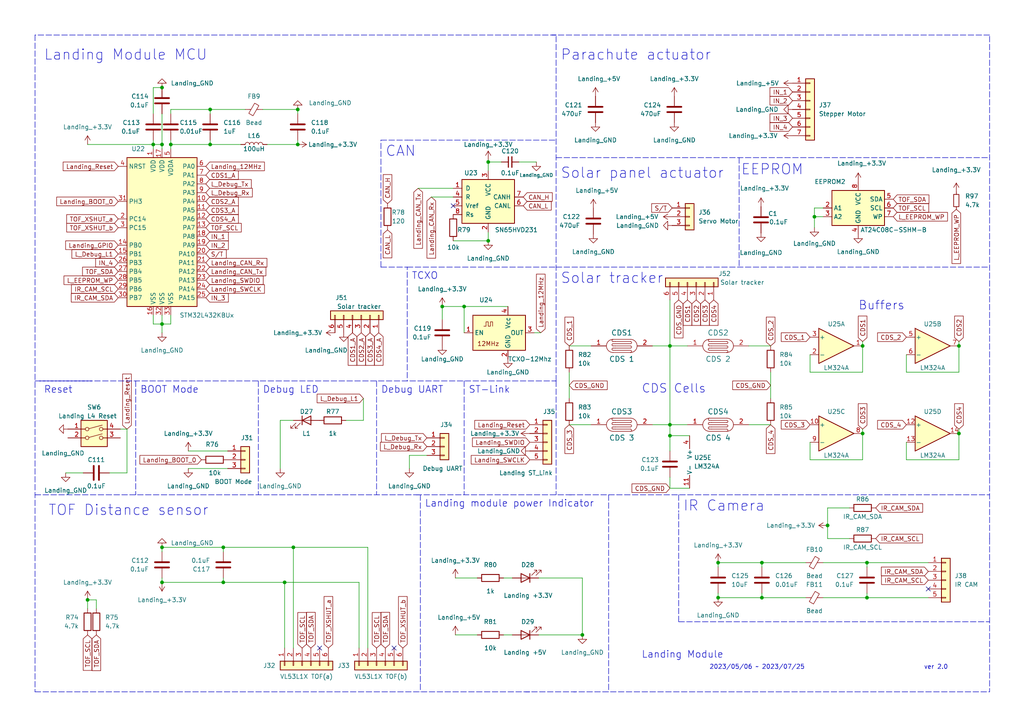
<source format=kicad_sch>
(kicad_sch (version 20250114) (generator "eeschema") (generator_version "9.0")
  (paper "A4")
  (text "Landing Module" (at 186.055 191.135 0) (effects (font (size 2 2)) (justify left bottom)))
  (text "Debug LED" (at 76.2 114.3 0) (effects (font (size 2 2)) (justify left bottom)))
  (text "2023/05/06 ~ 2023/07/25" (at 205.74 194.31 0) (effects (font (size 1.27 1.27)) (justify left bottom)))
  (text "Solar tracker" (at 162.56 82.55 0) (effects (font (size 3 3)) (justify left bottom)))
  (text "Parachute actuator" (at 162.56 17.78 0) (effects (font (size 3 3)) (justify left bottom)))
  (text "TCXO" (at 119.38 81.28 0) (effects (font (size 2 2)) (justify left bottom)))
  (text "Landing module power Indicator" (at 123.19 147.32 0) (effects (font (size 2 2)) (justify left bottom)))
  (text "Debug UART" (at 110.49 114.3 0) (effects (font (size 2 2)) (justify left bottom)))
  (text "IR Camera" (at 198.12 148.59 0) (effects (font (size 3 3)) (justify left bottom)))
  (text "CAN" (at 111.76 45.72 0) (effects (font (size 3 3)) (justify left bottom)))
  (text "CDS Cells" (at 186.055 114.3 0) (effects (font (size 2.5 2.5)) (justify left bottom)))
  (text "BOOT Mode" (at 40.64 114.3 0) (effects (font (size 2 2)) (justify left bottom)))
  (text "Buffers" (at 248.92 90.17 0) (effects (font (size 2.5 2.5)) (justify left bottom)))
  (text "Landing Module MCU" (at 12.7 17.78 0) (effects (font (size 3 3)) (justify left bottom)))
  (text "EEPROM" (at 214.884 51.054 0) (effects (font (size 3 3)) (justify left bottom)))
  (text "Reset" (at 12.7 114.3 0) (effects (font (size 2 2)) (justify left bottom)))
  (text "ST-Link" (at 135.89 114.3 0) (effects (font (size 2 2)) (justify left bottom)))
  (text "Solar panel actuator" (at 162.56 52.07 0) (effects (font (size 3 3)) (justify left bottom)))
  (text "TOF Distance sensor" (at 13.97 149.86 0) (effects (font (size 3 3)) (justify left bottom)))
  (text "ver 2.0" (at 267.97 194.31 0) (effects (font (size 1.27 1.27)) (justify left bottom)))
  (junction (at 86.36 41.91))
  (junction (at 220.98 173.355))
  (junction (at 49.53 41.91))
  (junction (at 64.77 168.91))
  (junction (at 60.96 41.91))
  (junction (at 194.31 126.365))
  (junction (at 25.4 173.99))
  (junction (at 46.99 25.4))
  (junction (at 250.19 125.73))
  (junction (at 60.96 31.75))
  (junction (at 251.46 163.195))
  (junction (at 194.31 100.33))
  (junction (at 46.99 168.91))
  (junction (at 82.55 168.91))
  (junction (at 194.31 123.19))
  (junction (at 64.77 158.75))
  (junction (at 278.13 125.73))
  (junction (at 251.46 173.355))
  (junction (at 240.03 152.4))
  (junction (at 168.91 184.15))
  (junction (at 208.28 163.195))
  (junction (at 220.98 163.195))
  (junction (at 46.99 41.91))
  (junction (at 128.27 88.9))
  (junction (at 85.09 158.75))
  (junction (at 46.99 158.75))
  (junction (at 208.28 173.355))
  (junction (at 250.19 100.33))
  (junction (at 46.99 93.98))
  (junction (at 44.45 41.91))
  (junction (at 141.605 46.99))
  (junction (at 278.13 100.33))
  (junction (at 141.605 69.85))
  (junction (at 236.22 62.865))
  (junction (at 134.62 88.9))
  (junction (at 86.36 31.75))
  (no_connect (at 114.3 187.96))
  (no_connect (at 131.445 59.69))
  (no_connect (at 269.24 170.815))
  (no_connect (at 92.71 187.96))
  (wire (pts (xy 54.61 130.81) (xy 66.04 130.81)))
  (wire (pts (xy 64.77 158.75) (xy 64.77 160.02)))
  (wire (pts (xy 250.19 125.73) (xy 250.19 133.35)))
  (wire (pts (xy 217.17 123.19) (xy 223.52 123.19)))
  (wire (pts (xy 141.605 46.99) (xy 141.605 49.53)))
  (wire (pts (xy 240.03 152.4) (xy 240.03 156.21)))
  (wire (pts (xy 194.31 123.19) (xy 194.31 126.365)))
  (wire (pts (xy 233.68 173.355) (xy 220.98 173.355)))
  (polyline (pts (xy 10.16 200.66) (xy 287.02 200.66)) (stroke (width 0) (type dash)))
  (wire (pts (xy 251.46 163.195) (xy 269.24 163.195)))
  (wire (pts (xy 141.605 46.99) (xy 145.415 46.99)))
  (wire (pts (xy 165.1 107.95) (xy 165.1 115.57)))
  (wire (pts (xy 240.03 152.4) (xy 240.03 147.32)))
  (polyline (pts (xy 110.49 77.47) (xy 110.49 40.64)) (stroke (width 0) (type dash)))
  (wire (pts (xy 131.445 69.85) (xy 141.605 69.85)))
  (wire (pts (xy 200.025 126.365) (xy 194.31 126.365)))
  (polyline (pts (xy 196.85 180.34) (xy 196.85 148.59)) (stroke (width 0) (type dash)))
  (wire (pts (xy 19.05 137.16) (xy 24.13 137.16)))
  (polyline (pts (xy 74.93 110.49) (xy 74.93 143.51)) (stroke (width 0) (type dash)))
  (wire (pts (xy 146.05 167.64) (xy 148.59 167.64)))
  (polyline (pts (xy 287.02 10.16) (xy 10.16 10.16)) (stroke (width 0) (type dash)))
  (polyline (pts (xy 176.53 143.51) (xy 176.53 200.66)) (stroke (width 0) (type dash)))
  (wire (pts (xy 46.99 33.02) (xy 46.99 41.91)))
  (wire (pts (xy 262.89 107.95) (xy 262.89 102.87)))
  (wire (pts (xy 234.95 107.95) (xy 234.95 102.87)))
  (wire (pts (xy 234.95 133.35) (xy 234.95 128.27)))
  (polyline (pts (xy 161.29 10.16) (xy 160.02 10.16)) (stroke (width 0) (type dash)))
  (wire (pts (xy 64.77 168.91) (xy 82.55 168.91)))
  (wire (pts (xy 278.13 100.33) (xy 278.13 107.95)))
  (wire (pts (xy 200.025 141.605) (xy 194.31 141.605)))
  (wire (pts (xy 236.22 60.325) (xy 236.22 62.865)))
  (wire (pts (xy 220.98 163.195) (xy 220.98 164.465)))
  (wire (pts (xy 132.08 167.64) (xy 138.43 167.64)))
  (wire (pts (xy 250.19 133.35) (xy 234.95 133.35)))
  (wire (pts (xy 134.62 96.52) (xy 134.62 88.9)))
  (wire (pts (xy 236.22 62.865) (xy 236.22 66.04)))
  (wire (pts (xy 46.99 41.91) (xy 46.99 43.18)))
  (wire (pts (xy 121.285 54.61) (xy 131.445 54.61)))
  (wire (pts (xy 44.45 41.91) (xy 44.45 43.18)))
  (wire (pts (xy 49.53 43.18) (xy 49.53 41.91)))
  (wire (pts (xy 233.68 163.195) (xy 220.98 163.195)))
  (polyline (pts (xy 166.37 200.66) (xy 167.005 200.66)) (stroke (width 0) (type dash)))
  (wire (pts (xy 168.91 167.64) (xy 168.91 184.15)))
  (wire (pts (xy 238.76 163.195) (xy 251.46 163.195)))
  (polyline (pts (xy 165.1 143.51) (xy 287.02 143.51)) (stroke (width 0) (type dash)))
  (wire (pts (xy 194.31 123.19) (xy 199.39 123.19)))
  (polyline (pts (xy 161.29 110.49) (xy 161.29 10.16)) (stroke (width 0) (type dash)))
  (wire (pts (xy 165.1 100.33) (xy 171.45 100.33)))
  (wire (pts (xy 44.45 41.91) (xy 46.99 41.91)))
  (wire (pts (xy 150.495 46.99) (xy 155.575 46.99)))
  (wire (pts (xy 156.21 167.64) (xy 168.91 167.64)))
  (polyline (pts (xy 287.02 156.21) (xy 287.02 10.16)) (stroke (width 0) (type dash)))
  (polyline (pts (xy 110.49 40.64) (xy 118.11 40.64)) (stroke (width 0) (type dash)))
  (wire (pts (xy 132.08 184.15) (xy 138.43 184.15)))
  (wire (pts (xy 60.96 31.75) (xy 60.96 33.02)))
  (wire (pts (xy 278.13 133.35) (xy 262.89 133.35)))
  (wire (pts (xy 25.4 173.99) (xy 27.94 173.99)))
  (wire (pts (xy 250.19 99.06) (xy 250.19 100.33)))
  (polyline (pts (xy 10.16 10.16) (xy 10.16 200.66)) (stroke (width 0) (type dash)))
  (polyline (pts (xy 161.29 110.49) (xy 161.29 143.51)) (stroke (width 0) (type dash)))
  (wire (pts (xy 25.4 41.91) (xy 44.45 41.91)))
  (polyline (pts (xy 287.02 156.21) (xy 287.02 200.66)) (stroke (width 0) (type dash)))
  (polyline (pts (xy 110.49 77.47) (xy 118.11 77.47)) (stroke (width 0) (type dash)))
  (wire (pts (xy 44.45 91.44) (xy 44.45 93.98)))
  (polyline (pts (xy 10.16 110.49) (xy 26.67 110.49)) (stroke (width 0) (type dash)))
  (wire (pts (xy 105.41 115.57) (xy 105.41 121.92)))
  (wire (pts (xy 251.46 173.355) (xy 269.24 173.355)))
  (wire (pts (xy 69.85 41.91) (xy 60.96 41.91)))
  (wire (pts (xy 49.53 31.75) (xy 60.96 31.75)))
  (wire (pts (xy 154.94 96.52) (xy 156.845 96.52)))
  (wire (pts (xy 44.45 40.64) (xy 44.45 41.91)))
  (wire (pts (xy 278.13 107.95) (xy 262.89 107.95)))
  (wire (pts (xy 128.27 88.9) (xy 134.62 88.9)))
  (wire (pts (xy 49.53 40.64) (xy 49.53 41.91)))
  (polyline (pts (xy 118.11 77.47) (xy 161.29 77.47)) (stroke (width 0) (type dash)))
  (wire (pts (xy 194.31 141.605) (xy 194.31 138.43)))
  (wire (pts (xy 34.925 124.46) (xy 36.83 124.46)))
  (wire (pts (xy 76.2 31.75) (xy 86.36 31.75)))
  (wire (pts (xy 81.28 121.92) (xy 85.09 121.92)))
  (wire (pts (xy 189.23 100.33) (xy 194.31 100.33)))
  (wire (pts (xy 194.31 100.33) (xy 194.31 123.19)))
  (wire (pts (xy 60.96 31.75) (xy 71.12 31.75)))
  (wire (pts (xy 208.28 173.355) (xy 208.28 172.085)))
  (wire (pts (xy 44.45 33.02) (xy 44.45 25.4)))
  (wire (pts (xy 81.28 121.92) (xy 81.28 135.89)))
  (wire (pts (xy 278.13 125.73) (xy 278.13 133.35)))
  (wire (pts (xy 128.27 88.9) (xy 128.27 92.71)))
  (wire (pts (xy 251.46 173.355) (xy 238.76 173.355)))
  (wire (pts (xy 118.745 132.08) (xy 118.745 135.89)))
  (wire (pts (xy 46.99 158.75) (xy 46.99 160.02)))
  (wire (pts (xy 189.23 123.19) (xy 194.31 123.19)))
  (wire (pts (xy 134.62 88.9) (xy 147.32 88.9)))
  (polyline (pts (xy 118.11 96.52) (xy 118.11 110.49)) (stroke (width 0) (type dash)))
  (wire (pts (xy 49.53 91.44) (xy 49.53 93.98)))
  (wire (pts (xy 141.605 46.355) (xy 141.605 46.99)))
  (polyline (pts (xy 11.43 110.49) (xy 161.29 110.49)) (stroke (width 0) (type dash)))
  (wire (pts (xy 46.99 168.91) (xy 46.99 167.64)))
  (wire (pts (xy 240.03 147.32) (xy 246.38 147.32)))
  (wire (pts (xy 86.36 41.91) (xy 77.47 41.91)))
  (wire (pts (xy 156.21 184.15) (xy 168.91 184.15)))
  (polyline (pts (xy 196.85 143.51) (xy 196.85 148.59)) (stroke (width 0) (type dash)))
  (wire (pts (xy 141.605 69.85) (xy 141.605 67.31)))
  (polyline (pts (xy 10.16 143.51) (xy 121.92 143.51)) (stroke (width 0) (type dash)))
  (wire (pts (xy 46.99 91.44) (xy 46.99 93.98)))
  (wire (pts (xy 64.77 158.75) (xy 85.09 158.75)))
  (wire (pts (xy 251.46 173.355) (xy 251.46 172.085)))
  (wire (pts (xy 240.03 156.21) (xy 246.38 156.21)))
  (wire (pts (xy 44.45 25.4) (xy 46.99 25.4)))
  (wire (pts (xy 49.53 41.91) (xy 60.96 41.91)))
  (wire (pts (xy 220.98 173.355) (xy 208.28 173.355)))
  (wire (pts (xy 194.31 86.995) (xy 194.31 100.33)))
  (wire (pts (xy 123.825 132.08) (xy 118.745 132.08)))
  (wire (pts (xy 217.17 100.33) (xy 223.52 100.33)))
  (wire (pts (xy 36.83 137.16) (xy 31.75 137.16)))
  (polyline (pts (xy 161.29 45.72) (xy 287.02 45.72)) (stroke (width 0) (type dash)))
  (wire (pts (xy 278.13 99.06) (xy 278.13 100.33)))
  (wire (pts (xy 236.22 62.865) (xy 238.76 62.865)))
  (wire (pts (xy 44.45 93.98) (xy 46.99 93.98)))
  (wire (pts (xy 250.19 100.33) (xy 250.19 107.95)))
  (polyline (pts (xy 214.376 45.72) (xy 214.376 77.47)) (stroke (width 0) (type dash)))
  (polyline (pts (xy 118.11 40.64) (xy 161.29 40.64)) (stroke (width 0) (type dash)))
  (polyline (pts (xy 196.85 180.34) (xy 287.02 180.34)) (stroke (width 0) (type dash)))
  (wire (pts (xy 27.94 173.99) (xy 27.94 176.53)))
  (polyline (pts (xy 152.4 200.66) (xy 153.67 200.66)) (stroke (width 0) (type dash)))
  (wire (pts (xy 49.53 93.98) (xy 46.99 93.98)))
  (wire (pts (xy 250.19 124.46) (xy 250.19 125.73)))
  (polyline (pts (xy 121.92 143.51) (xy 121.92 200.66)) (stroke (width 0) (type dash)))
  (wire (pts (xy 82.55 168.91) (xy 82.55 187.96)))
  (wire (pts (xy 238.76 60.325) (xy 236.22 60.325)))
  (wire (pts (xy 46.99 168.91) (xy 64.77 168.91)))
  (polyline (pts (xy 134.62 110.49) (xy 134.62 143.51)) (stroke (width 0) (type dash)))
  (wire (pts (xy 194.31 126.365) (xy 194.31 130.81)))
  (wire (pts (xy 60.96 41.91) (xy 60.96 40.64)))
  (polyline (pts (xy 161.29 77.47) (xy 287.02 77.47)) (stroke (width 0) (type dash)))
  (wire (pts (xy 165.1 123.19) (xy 171.45 123.19)))
  (wire (pts (xy 64.77 167.64) (xy 64.77 168.91)))
  (wire (pts (xy 208.28 163.195) (xy 208.28 164.465)))
  (polyline (pts (xy 120.65 143.51) (xy 166.37 143.51)) (stroke (width 0) (type dash)))
  (wire (pts (xy 106.68 158.75) (xy 106.68 187.96)))
  (wire (pts (xy 262.89 133.35) (xy 262.89 128.27)))
  (polyline (pts (xy 109.22 110.49) (xy 109.22 143.51)) (stroke (width 0) (type dash)))
  (wire (pts (xy 251.46 164.465) (xy 251.46 163.195)))
  (wire (pts (xy 49.53 31.75) (xy 49.53 33.02)))
  (wire (pts (xy 194.31 100.33) (xy 199.39 100.33)))
  (wire (pts (xy 278.13 124.46) (xy 278.13 125.73)))
  (polyline (pts (xy 118.11 96.52) (xy 118.11 77.47)) (stroke (width 0) (type dash)))
  (wire (pts (xy 54.61 135.89) (xy 66.04 135.89)))
  (wire (pts (xy 146.05 184.15) (xy 148.59 184.15)))
  (wire (pts (xy 104.14 168.91) (xy 104.14 187.96)))
  (wire (pts (xy 250.19 107.95) (xy 234.95 107.95)))
  (wire (pts (xy 25.4 173.99) (xy 25.4 176.53)))
  (wire (pts (xy 125.095 57.15) (xy 131.445 57.15)))
  (wire (pts (xy 223.52 107.95) (xy 223.52 115.57)))
  (wire (pts (xy 86.36 40.64) (xy 86.36 41.91)))
  (wire (pts (xy 82.55 168.91) (xy 104.14 168.91)))
  (wire (pts (xy 46.99 93.98) (xy 46.99 96.52)))
  (wire (pts (xy 105.41 121.92) (xy 100.33 121.92)))
  (wire (pts (xy 220.98 172.085) (xy 220.98 173.355)))
  (wire (pts (xy 85.09 158.75) (xy 106.68 158.75)))
  (wire (pts (xy 46.99 158.75) (xy 64.77 158.75)))
  (wire (pts (xy 36.83 124.46) (xy 36.83 137.16)))
  (wire (pts (xy 85.09 158.75) (xy 85.09 187.96)))
  (polyline (pts (xy 39.37 110.49) (xy 39.37 143.51)) (stroke (width 0) (type dash)))
  (wire (pts (xy 220.98 163.195) (xy 208.28 163.195)))
  (wire (pts (xy 86.36 33.02) (xy 86.36 31.75)))
  (global_label "Landing_BOOT_0" (shape input) (at 34.29 58.42 180) (property "Intersheetrefs" "${INTERSHEET_REFS}" (effects (hide yes))))
  (global_label "IN_2" (shape input) (at 59.69 71.12 0) (property "Intersheetrefs" "${INTERSHEET_REFS}" (effects (hide yes))))
  (global_label "L_Debug_Tx" (shape input) (at 123.825 127 180) (property "Intersheetrefs" "${INTERSHEET_REFS}" (effects (hide yes))))
  (global_label "TOF_SCL" (shape input) (at 109.22 187.96 90) (property "Intersheetrefs" "${INTERSHEET_REFS}" (effects (hide yes))))
  (global_label "TOF_SDA" (shape input) (at 259.08 57.785 0) (property "Intersheetrefs" "${INTERSHEET_REFS}" (effects (hide yes))))
  (global_label "CDS2_A" (shape input) (at 104.775 96.52 270) (property "Intersheetrefs" "${INTERSHEET_REFS}" (effects (hide yes))))
  (global_label "CDS_1" (shape input) (at 165.1 100.33 90) (property "Intersheetrefs" "${INTERSHEET_REFS}" (effects (hide yes))))
  (global_label "CDS1_A" (shape input) (at 102.235 96.52 270) (property "Intersheetrefs" "${INTERSHEET_REFS}" (effects (hide yes))))
  (global_label "TOF_SDA" (shape input) (at 111.76 187.96 90) (property "Intersheetrefs" "${INTERSHEET_REFS}" (effects (hide yes))))
  (global_label "CDS1" (shape input) (at 250.19 99.06 90) (property "Intersheetrefs" "${INTERSHEET_REFS}" (effects (hide yes))))
  (global_label "IN_4" (shape input) (at 229.87 36.83 180) (property "Intersheetrefs" "${INTERSHEET_REFS}" (effects (hide yes))))
  (global_label "L_Debug_L1" (shape input) (at 105.41 115.57 180) (property "Intersheetrefs" "${INTERSHEET_REFS}" (effects (hide yes))))
  (global_label "Landing_Reset" (shape input) (at 153.67 123.19 180) (property "Intersheetrefs" "${INTERSHEET_REFS}" (effects (hide yes))))
  (global_label "CDS_GND" (shape input) (at 223.52 111.76 180) (property "Intersheetrefs" "${INTERSHEET_REFS}" (effects (hide yes))))
  (global_label "CDS4" (shape input) (at 278.13 124.46 90) (property "Intersheetrefs" "${INTERSHEET_REFS}" (effects (hide yes))))
  (global_label "Landing_SWCLK" (shape input) (at 153.67 133.35 180) (property "Intersheetrefs" "${INTERSHEET_REFS}" (effects (hide yes))))
  (global_label "CDS3_A" (shape input) (at 59.69 60.96 0) (property "Intersheetrefs" "${INTERSHEET_REFS}" (effects (hide yes))))
  (global_label "IR_CAM_SDA" (shape input) (at 254 147.32 0) (property "Intersheetrefs" "${INTERSHEET_REFS}" (effects (hide yes))))
  (global_label "CDS3" (shape input) (at 250.19 124.46 90) (property "Intersheetrefs" "${INTERSHEET_REFS}" (effects (hide yes))))
  (global_label "CDS4_A" (shape input) (at 109.855 96.52 270) (property "Intersheetrefs" "${INTERSHEET_REFS}" (effects (hide yes))))
  (global_label "IN_2" (shape input) (at 229.87 29.21 180) (property "Intersheetrefs" "${INTERSHEET_REFS}" (effects (hide yes))))
  (global_label "L_Debug_L1" (shape input) (at 34.29 73.66 180) (property "Intersheetrefs" "${INTERSHEET_REFS}" (effects (hide yes))))
  (global_label "CDS_3" (shape input) (at 234.95 123.19 180) (property "Intersheetrefs" "${INTERSHEET_REFS}" (effects (hide yes))))
  (global_label "Landing_SWCLK" (shape input) (at 59.69 83.82 0) (property "Intersheetrefs" "${INTERSHEET_REFS}" (effects (hide yes))))
  (global_label "CDS3_A" (shape input) (at 107.315 96.52 270) (property "Intersheetrefs" "${INTERSHEET_REFS}" (effects (hide yes))))
  (global_label "TOF_XSHUT_b" (shape input) (at 116.84 187.96 90) (property "Intersheetrefs" "${INTERSHEET_REFS}" (effects (hide yes))))
  (global_label "L_Debug_Tx" (shape input) (at 59.69 53.34 0) (property "Intersheetrefs" "${INTERSHEET_REFS}" (effects (hide yes))))
  (global_label "CDS_3" (shape input) (at 165.1 123.19 270) (property "Intersheetrefs" "${INTERSHEET_REFS}" (effects (hide yes))))
  (global_label "TOF_SCL" (shape input) (at 259.08 60.325 0) (property "Intersheetrefs" "${INTERSHEET_REFS}" (effects (hide yes))))
  (global_label "IN_3" (shape input) (at 229.87 34.29 180) (property "Intersheetrefs" "${INTERSHEET_REFS}" (effects (hide yes))))
  (global_label "Landing_CAN_Tx" (shape input) (at 121.285 54.61 270) (property "Intersheetrefs" "${INTERSHEET_REFS}" (effects (hide yes))))
  (global_label "Landing_BOOT_0" (shape input) (at 58.42 133.35 180) (property "Intersheetrefs" "${INTERSHEET_REFS}" (effects (hide yes))))
  (global_label "CDS_GND" (shape input) (at 196.85 86.995 270) (property "Intersheetrefs" "${INTERSHEET_REFS}" (effects (hide yes))))
  (global_label "CAN_L" (shape input) (at 151.765 59.69 0) (property "Intersheetrefs" "${INTERSHEET_REFS}" (effects (hide yes))))
  (global_label "CDS_4" (shape input) (at 223.52 123.19 270) (property "Intersheetrefs" "${INTERSHEET_REFS}" (effects (hide yes))))
  (global_label "CDS1_A" (shape input) (at 59.69 50.8 0) (property "Intersheetrefs" "${INTERSHEET_REFS}" (effects (hide yes))))
  (global_label "TOF_XSHUT_a" (shape input) (at 95.25 187.96 90) (property "Intersheetrefs" "${INTERSHEET_REFS}" (effects (hide yes))))
  (global_label "L_EEPROM_WP" (shape input) (at 34.29 81.28 180) (property "Intersheetrefs" "${INTERSHEET_REFS}" (effects (hide yes))))
  (global_label "CDS3" (shape input) (at 204.47 86.995 270) (property "Intersheetrefs" "${INTERSHEET_REFS}" (effects (hide yes))))
  (global_label "Landing_12MHz" (shape input) (at 156.845 96.52 90) (property "Intersheetrefs" "${INTERSHEET_REFS}" (effects (hide yes))))
  (global_label "CDS2" (shape input) (at 278.13 99.06 90) (property "Intersheetrefs" "${INTERSHEET_REFS}" (effects (hide yes))))
  (global_label "IR_CAM_SCL" (shape input) (at 269.24 168.275 180) (property "Intersheetrefs" "${INTERSHEET_REFS}" (effects (hide yes))))
  (global_label "TOF_SCL" (shape input) (at 59.69 66.04 0) (property "Intersheetrefs" "${INTERSHEET_REFS}" (effects (hide yes))))
  (global_label "CDS_2" (shape input) (at 223.52 100.33 90) (property "Intersheetrefs" "${INTERSHEET_REFS}" (effects (hide yes))))
  (global_label "CDS4" (shape input) (at 207.01 86.995 270) (property "Intersheetrefs" "${INTERSHEET_REFS}" (effects (hide yes))))
  (global_label "TOF_SDA" (shape input) (at 27.94 184.15 270) (property "Intersheetrefs" "${INTERSHEET_REFS}" (effects (hide yes))))
  (global_label "CAN_H" (shape input) (at 151.765 57.15 0) (property "Intersheetrefs" "${INTERSHEET_REFS}" (effects (hide yes))))
  (global_label "CDS1" (shape input) (at 199.39 86.995 270) (property "Intersheetrefs" "${INTERSHEET_REFS}" (effects (hide yes))))
  (global_label "IR_CAM_SCL" (shape input) (at 34.29 83.82 180) (property "Intersheetrefs" "${INTERSHEET_REFS}" (effects (hide yes))))
  (global_label "TOF_XSHUT_a" (shape input) (at 34.29 63.5 180) (property "Intersheetrefs" "${INTERSHEET_REFS}" (effects (hide yes))))
  (global_label "IR_CAM_SCL" (shape input) (at 254 156.21 0) (property "Intersheetrefs" "${INTERSHEET_REFS}" (effects (hide yes))))
  (global_label "L_EEPROM_WP" (shape input) (at 259.08 62.865 0) (property "Intersheetrefs" "${INTERSHEET_REFS}" (effects (hide yes))))
  (global_label "CDS_2" (shape input) (at 262.89 97.79 180) (property "Intersheetrefs" "${INTERSHEET_REFS}" (effects (hide yes))))
  (global_label "L_EEPROM_WP" (shape input) (at 277.368 60.706 270) (property "Intersheetrefs" "${INTERSHEET_REFS}" (effects (hide yes))))
  (global_label "TOF_SDA" (shape input) (at 90.17 187.96 90) (property "Intersheetrefs" "${INTERSHEET_REFS}" (effects (hide yes))))
  (global_label "CDS4_A" (shape input) (at 59.69 63.5 0) (property "Intersheetrefs" "${INTERSHEET_REFS}" (effects (hide yes))))
  (global_label "IN_1" (shape input) (at 229.87 26.67 180) (property "Intersheetrefs" "${INTERSHEET_REFS}" (effects (hide yes))))
  (global_label "TOF_SDA" (shape input) (at 34.29 78.74 180) (property "Intersheetrefs" "${INTERSHEET_REFS}" (effects (hide yes))))
  (global_label "Landing_GPIO" (shape input) (at 34.29 71.12 180) (property "Intersheetrefs" "${INTERSHEET_REFS}" (effects (hide yes))))
  (global_label "CDS2" (shape input) (at 201.93 86.995 270) (property "Intersheetrefs" "${INTERSHEET_REFS}" (effects (hide yes))))
  (global_label "IN_3" (shape input) (at 59.69 86.36 0) (property "Intersheetrefs" "${INTERSHEET_REFS}" (effects (hide yes))))
  (global_label "CDS_GND" (shape input) (at 165.1 111.76 0) (property "Intersheetrefs" "${INTERSHEET_REFS}" (effects (hide yes))))
  (global_label "L_Debug_Rx" (shape input) (at 59.69 55.88 0) (property "Intersheetrefs" "${INTERSHEET_REFS}" (effects (hide yes))))
  (global_label "Landing_SWDIO" (shape input) (at 153.67 128.27 180) (property "Intersheetrefs" "${INTERSHEET_REFS}" (effects (hide yes))))
  (global_label "TOF_SCL" (shape input) (at 25.4 184.15 270) (property "Intersheetrefs" "${INTERSHEET_REFS}" (effects (hide yes))))
  (global_label "CAN_L" (shape input) (at 112.395 66.675 270) (property "Intersheetrefs" "${INTERSHEET_REFS}" (effects (hide yes))))
  (global_label "S{slash}T" (shape input) (at 194.945 60.325 180) (property "Intersheetrefs" "${INTERSHEET_REFS}" (effects (hide yes))))
  (global_label "TOF_XSHUT_b" (shape input) (at 34.29 66.04 180) (property "Intersheetrefs" "${INTERSHEET_REFS}" (effects (hide yes))))
  (global_label "CDS_1" (shape input) (at 234.95 97.79 180) (property "Intersheetrefs" "${INTERSHEET_REFS}" (effects (hide yes))))
  (global_label "CDS_4" (shape input) (at 262.89 123.19 180) (property "Intersheetrefs" "${INTERSHEET_REFS}" (effects (hide yes))))
  (global_label "CAN_H" (shape input) (at 112.395 59.055 90) (property "Intersheetrefs" "${INTERSHEET_REFS}" (effects (hide yes))))
  (global_label "Landing_Reset" (shape input) (at 36.83 124.46 90) (property "Intersheetrefs" "${INTERSHEET_REFS}" (effects (hide yes))))
  (global_label "TOF_SCL" (shape input) (at 87.63 187.96 90) (property "Intersheetrefs" "${INTERSHEET_REFS}" (effects (hide yes))))
  (global_label "Landing_CAN_Rx" (shape input) (at 59.69 76.2 0) (property "Intersheetrefs" "${INTERSHEET_REFS}" (effects (hide yes))))
  (global_label "CDS2_A" (shape input) (at 59.69 58.42 0) (property "Intersheetrefs" "${INTERSHEET_REFS}" (effects (hide yes))))
  (global_label "Landing_CAN_Tx" (shape input) (at 59.69 78.74 0) (property "Intersheetrefs" "${INTERSHEET_REFS}" (effects (hide yes))))
  (global_label "S{slash}T" (shape input) (at 59.69 73.66 0) (property "Intersheetrefs" "${INTERSHEET_REFS}" (effects (hide yes))))
  (global_label "Landing_CAN_Rx" (shape input) (at 125.095 57.15 270) (property "Intersheetrefs" "${INTERSHEET_REFS}" (effects (hide yes))))
  (global_label "Landing_SWDIO" (shape input) (at 59.69 81.28 0) (property "Intersheetrefs" "${INTERSHEET_REFS}" (effects (hide yes))))
  (global_label "IR_CAM_SDA" (shape input) (at 34.29 86.36 180) (property "Intersheetrefs" "${INTERSHEET_REFS}" (effects (hide yes))))
  (global_label "Landing_12MHz" (shape input) (at 59.69 48.26 0) (property "Intersheetrefs" "${INTERSHEET_REFS}" (effects (hide yes))))
  (global_label "IN_1" (shape input) (at 59.69 68.58 0) (property "Intersheetrefs" "${INTERSHEET_REFS}" (effects (hide yes))))
  (global_label "IR_CAM_SDA" (shape input) (at 269.24 165.735 180) (property "Intersheetrefs" "${INTERSHEET_REFS}" (effects (hide yes))))
  (global_label "L_Debug_Rx" (shape input) (at 123.825 129.54 180) (property "Intersheetrefs" "${INTERSHEET_REFS}" (effects (hide yes))))
  (global_label "IN_4" (shape input) (at 34.29 76.2 180) (property "Intersheetrefs" "${INTERSHEET_REFS}" (effects (hide yes))))
  (global_label "CDS_GND" (shape input) (at 194.31 141.605 180) (property "Intersheetrefs" "${INTERSHEET_REFS}" (effects (hide yes))))
  (global_label "Landing_Reset" (shape input) (at 34.29 48.26 180) (property "Intersheetrefs" "${INTERSHEET_REFS}" (effects (hide yes))))
  (symbol (lib_id "MY_Power:Landing_GND") (at 128.27 100.33 0) (unit 1) (in_bom no) (on_board no)
    (property "Reference" "#PWR0399" (effects (hide yes)))
    (property "Value" "Landing_GND" (at 128.27 104.14 0))
  )
  (symbol (lib_id "MY_Power:Landing_+5V") (at 132.08 184.15 0) (unit 1) (in_bom no) (on_board no)
    (property "Reference" "#PWR0411" (effects (hide yes)))
    (property "Value" "Landing_+5V" (at 133.096 179.07 0))
  )
  (symbol (lib_id "Connector_Generic:Conn_01x05") (at 274.32 168.275 0) (unit 1)
    (property "Reference" "J38" (at 276.86 167.0049 0) (effects (justify left)))
    (property "Value" "IR CAM" (at 276.86 169.5449 0) (effects (justify left)))
    (property "Footprint" "Connector_PinHeader_2.54mm:PinHeader_1x05_P2.54mm_Vertical" (effects (hide yes)))
  )
  (symbol (lib_id "Device:C") (at 46.99 29.21 0) (mirror x) (unit 1)
    (property "Reference" "C114" (at 43.18 27.9399 0) (effects (justify right)))
    (property "Value" "0.1uF" (at 43.18 30.4799 0) (effects (justify right)))
    (property "Footprint" "Capacitor_SMD:C_0805_2012Metric" (effects (hide yes)))
  )
  (symbol (lib_id "MY_Power:Landing_+3.3V") (at 132.08 167.64 0) (unit 1) (in_bom no) (on_board no)
    (property "Reference" "#PWR0410" (effects (hide yes)))
    (property "Value" "Landing_+3.3V" (at 132.08 162.56 0))
  )
  (symbol (lib_id "cds:CDS") (at 180.34 100.33 0) (unit 1)
    (property "Reference" "CDS1" (at 180.34 96.52 0) (effects (font (size 1.524 1.524))))
    (property "Value" "CDS 1" (at 180.34 104.14 0) (effects (font (size 1.524 1.524))))
    (property "Footprint" "OptoDevice:R_LDR_5.0x4.1mm_P3mm_Vertical" (effects (hide yes)))
  )
  (symbol (lib_id "Device:R") (at 25.4 180.34 0) (mirror x) (unit 1)
    (property "Reference" "R74" (at 22.86 179.0699 0) (effects (justify right)))
    (property "Value" "4.7k" (at 22.86 181.6099 0) (effects (justify right)))
    (property "Footprint" "Resistor_SMD:R_0805_2012Metric" (effects (hide yes)))
  )
  (symbol (lib_id "Device:C") (at 194.31 134.62 0) (mirror x) (unit 1)
    (property "Reference" "C123" (at 191.135 133.3499 0) (effects (justify right)))
    (property "Value" "0.1uF" (at 191.135 135.8899 0) (effects (justify right)))
    (property "Footprint" "Capacitor_SMD:C_0805_2012Metric" (effects (hide yes)))
  )
  (symbol (lib_id "MY_Power:Landing_GND") (at 46.99 96.52 0) (unit 1) (in_bom no) (on_board no)
    (property "Reference" "#PWR0408" (effects (hide yes)))
    (property "Value" "Landing_GND" (at 46.99 101.6 0))
  )
  (symbol (lib_id "Device:C") (at 251.46 168.275 0) (mirror x) (unit 1)
    (property "Reference" "C127" (at 247.65 167.0049 0) (effects (justify right)))
    (property "Value" "0.1uF" (at 247.65 169.5449 0) (effects (justify right)))
    (property "Footprint" "Capacitor_SMD:C_0805_2012Metric" (effects (hide yes)))
  )
  (symbol (lib_id "MY_Power:Landing_+5V") (at 229.87 24.13 90) (unit 1) (in_bom no) (on_board no)
    (property "Reference" "#PWR0384" (effects (hide yes)))
    (property "Value" "Landing_+5V" (at 219.71 24.13 90))
  )
  (symbol (lib_id "MY_Power:Landing_GND") (at 147.32 104.14 0) (unit 1) (in_bom no) (on_board no)
    (property "Reference" "#PWR0395" (effects (hide yes)))
    (property "Value" "Landing_GND" (at 147.32 107.95 0))
  )
  (symbol (lib_id "Device:C") (at 60.96 36.83 0) (unit 1)
    (property "Reference" "C116" (at 64.77 35.5599 0) (effects (justify left)))
    (property "Value" "1uF" (at 64.77 38.0999 0) (effects (justify left)))
    (property "Footprint" "Capacitor_SMD:C_0805_2012Metric" (effects (hide yes)))
  )
  (symbol (lib_id "MY_Power:Landing_+3.3V") (at 240.03 152.4 90) (unit 1) (in_bom no) (on_board no)
    (property "Reference" "#PWR0392" (effects (hide yes)))
    (property "Value" "Landing_+3.3V" (at 222.25 152.4 90) (effects (justify right)))
  )
  (symbol (lib_id "Connector_Generic:Conn_01x03") (at 200.025 62.865 0) (unit 1)
    (property "Reference" "J36" (at 202.565 61.5949 0) (effects (justify left)))
    (property "Value" "Servo Motor" (at 202.565 64.1349 0) (effects (justify left)))
    (property "Footprint" "Connector:FanPinHeader_1x03_P2.54mm_Vertical" (effects (hide yes)))
  )
  (symbol (lib_id "MY_Power:Landing_+3.3V") (at 195.58 27.94 0) (mirror y) (unit 1) (in_bom no) (on_board no)
    (property "Reference" "#PWR0377" (effects (hide yes)))
    (property "Value" "Landing_+3.3V" (at 195.58 22.86 0))
  )
  (symbol (lib_id "MY_Power:Landing_GND") (at 81.28 135.89 0) (unit 1) (in_bom no) (on_board no)
    (property "Reference" "#PWR0414" (effects (hide yes)))
    (property "Value" "Landing_GND" (at 81.28 140.97 0))
  )
  (symbol (lib_id "Device:LED") (at 88.9 121.92 0) (unit 1)
    (property "Reference" "D27" (at 88.9 119.38 0))
    (property "Value" "L1" (at 88.9 125.73 0))
    (property "Footprint" "LED_SMD:LED_0805_2012Metric" (effects (hide yes)))
  )
  (symbol (lib_id "cds:CDS") (at 208.28 100.33 0) (unit 1)
    (property "Reference" "CDS2" (at 208.28 96.52 0) (effects (font (size 1.524 1.524))))
    (property "Value" "CDS 2" (at 208.28 104.14 0) (effects (font (size 1.524 1.524))))
    (property "Footprint" "OptoDevice:R_LDR_5.0x4.1mm_P3mm_Vertical" (effects (hide yes)))
  )
  (symbol (lib_id "Device:L") (at 73.66 41.91 90) (unit 1)
    (property "Reference" "L16" (at 73.66 39.37 90))
    (property "Value" "100uH" (at 73.66 43.18 90))
    (property "Footprint" "Inductor_SMD:L_12x12mm_H8mm" (effects (hide yes)))
  )
  (symbol (lib_id "MY_Power:Landing_GND") (at 172.085 67.945 0) (unit 1) (in_bom no) (on_board no)
    (property "Reference" "#PWR0391" (effects (hide yes)))
    (property "Value" "Landing_GND" (at 172.085 73.025 0))
  )
  (symbol (lib_id "Connector_Generic:Conn_01x05") (at 158.75 128.27 0) (unit 1)
    (property "Reference" "J35" (at 157.48 119.38 0) (effects (justify left)))
    (property "Value" "Landing ST_Link" (at 144.78 137.16 0) (effects (justify left)))
    (property "Footprint" "Connector_PinHeader_2.54mm:PinHeader_1x05_P2.54mm_Vertical" (effects (hide yes)))
  )
  (symbol (lib_id "Amplifier_Operational:LM324A") (at 270.51 125.73 0) (unit 4)
    (property "Reference" "U25" (at 270.51 119.38 0))
    (property "Value" "LM324A" (at 270.51 132.08 0))
    (property "Footprint" "Package_SO:SOIC-14_3.9x8.7mm_P1.27mm" (effects (hide yes)))
    (property "Datasheet" "http://www.ti.com/lit/ds/symlink/lm2902-n.pdf" (effects (hide yes)))
  )
  (symbol (lib_id "MY_Power:Landing_+3.3V") (at 153.67 125.73 90) (mirror x) (unit 1) (in_bom no) (on_board no)
    (property "Reference" "#PWR0412" (effects (hide yes)))
    (property "Value" "Landing_+3.3V" (at 143.51 125.73 90))
  )
  (symbol (lib_id "MY_Power:Landing_+3.3V") (at 97.155 96.52 90) (mirror x) (unit 1) (in_bom no) (on_board no)
    (property "Reference" "#PWR03" (effects (hide yes)))
    (property "Value" "Landing_+3.3V" (at 86.36 96.52 90))
  )
  (symbol (lib_id "MY_Power:Landing_GND") (at 153.67 130.81 270) (unit 1) (in_bom no) (on_board no)
    (property "Reference" "#PWR0413" (effects (hide yes)))
    (property "Value" "Landing_GND" (at 138.43 130.81 90) (effects (justify left)))
  )
  (symbol (lib_id "MY_Power:Landing_GND") (at 155.575 46.99 0) (unit 1) (in_bom no) (on_board no)
    (property "Reference" "#PWR0398" (effects (hide yes)))
    (property "Value" "Landing_GND" (at 155.575 50.8 0) (effects (font (size 1 1))))
  )
  (symbol (lib_id "MY_Power:Landing_+3.3V") (at 54.61 130.81 0) (mirror y) (unit 1) (in_bom no) (on_board no)
    (property "Reference" "#PWR0402" (effects (hide yes)))
    (property "Value" "Landing_+3.3V" (at 54.61 125.73 0))
  )
  (symbol (lib_id "Device:LED") (at 152.4 184.15 180) (unit 1)
    (property "Reference" "D29" (at 151.13 180.34 0) (effects (justify right)))
    (property "Value" "Landing +5V" (at 146.05 189.23 0) (effects (justify right)))
    (property "Footprint" "LED_SMD:LED_0805_2012Metric" (effects (hide yes)))
  )
  (symbol (lib_id "Device:R") (at 250.19 147.32 90) (unit 1)
    (property "Reference" "R86" (at 250.19 144.78 90))
    (property "Value" "IR_CAM_SDA" (at 250.19 149.86 90))
    (property "Footprint" "Resistor_SMD:R_0805_2012Metric" (effects (hide yes)))
  )
  (symbol (lib_id "Device:C") (at 208.28 168.275 0) (unit 1)
    (property "Reference" "C125" (at 212.09 167.0049 0) (effects (justify left)))
    (property "Value" "10uF" (at 212.09 169.5449 0) (effects (justify left)))
    (property "Footprint" "Capacitor_SMD:C_1206_3216Metric" (effects (hide yes)))
  )
  (symbol (lib_id "cds:CDS") (at 180.34 123.19 0) (unit 1)
    (property "Reference" "CDS3" (at 180.34 119.38 0) (effects (font (size 1.524 1.524))))
    (property "Value" "CDS 3" (at 180.34 127 0) (effects (font (size 1.524 1.524))))
    (property "Footprint" "OptoDevice:R_LDR_5.0x4.1mm_P3mm_Vertical" (effects (hide yes)))
  )
  (symbol (lib_id "Device:C") (at 220.726 63.754 180) (unit 1)
    (property "Reference" "C1" (at 224.155 61.976 0))
    (property "Value" "0.1uF" (at 225.806 64.389 0))
    (property "Footprint" "Capacitor_SMD:C_0805_2012Metric" (effects (hide yes)))
  )
  (symbol (lib_id "MY_Power:Landing_GND") (at 194.945 65.405 270) (unit 1) (in_bom no) (on_board no)
    (property "Reference" "#PWR0381" (effects (hide yes)))
    (property "Value" "Landing_GND" (at 191.135 65.4049 90) (effects (justify right)))
  )
  (symbol (lib_id "Device:R") (at 250.19 156.21 90) (unit 1)
    (property "Reference" "R87" (at 250.19 153.67 90))
    (property "Value" "IR_CAM_SCL" (at 250.19 158.75 90))
    (property "Footprint" "Resistor_SMD:R_0805_2012Metric" (effects (hide yes)))
  )
  (symbol (lib_id "MY_Power:Landing_+3.3V") (at 208.28 163.195 0) (unit 1) (in_bom no) (on_board no)
    (property "Reference" "#PWR0388" (effects (hide yes)))
    (property "Value" "Landing_+3.3V" (at 208.28 158.115 0))
  )
  (symbol (lib_id "MY_Power:Landing_+3.3V") (at 25.4 173.99 0) (mirror y) (unit 1) (in_bom no) (on_board no)
    (property "Reference" "#PWR0405" (effects (hide yes)))
    (property "Value" "Landing_+3.3V" (at 25.4 168.91 0))
  )
  (symbol (lib_id "MY_Power:Landing_GND") (at 46.99 158.75 180) (unit 1) (in_bom no) (on_board no)
    (property "Reference" "#PWR0102" (effects (hide yes)))
    (property "Value" "Landing_GND" (at 49.53 157.4799 0) (effects (justify right)))
  )
  (symbol (lib_id "MCU_ST_STM32L4:STM32L432KBUx") (at 46.99 66.04 0) (unit 1)
    (property "Reference" "U22" (at 38.1 43.18 0) (effects (justify left)))
    (property "Value" "STM32L432KBUx" (at 52.07 91.44 0) (effects (justify left)))
    (property "Footprint" "Package_DFN_QFN:QFN-32-1EP_5x5mm_P0.5mm_EP3.45x3.45mm" (effects (hide yes)))
    (property "Datasheet" "http://www.st.com/st-web-ui/static/active/en/resource/technical/document/datasheet/DM00257205.pdf" (effects (hide yes)))
  )
  (symbol (lib_id "Device:R") (at 165.1 104.14 0) (unit 1)
    (property "Reference" "R82" (at 167.64 102.8699 0) (effects (justify left)))
    (property "Value" "10k" (at 167.64 105.4099 0) (effects (justify left)))
    (property "Footprint" "Resistor_SMD:R_0805_2012Metric" (effects (hide yes)))
  )
  (symbol (lib_id "Device:R") (at 96.52 121.92 90) (unit 1)
    (property "Reference" "R77" (at 96.52 119.38 90))
    (property "Value" "1k" (at 96.52 125.73 90))
    (property "Footprint" "Resistor_SMD:R_0805_2012Metric" (effects (hide yes)))
  )
  (symbol (lib_id "MY_Power:Landing_GND") (at 86.36 31.75 180) (unit 1) (in_bom no) (on_board no)
    (property "Reference" "#PWR0406" (effects (hide yes)))
    (property "Value" "Landing_GND" (at 89.535 29.845 0) (effects (justify right)))
  )
  (symbol (lib_id "MY_Power:Landing_GND") (at 19.05 137.16 0) (unit 1) (in_bom no) (on_board no)
    (property "Reference" "#PWR0401" (effects (hide yes)))
    (property "Value" "Landing_GND" (at 19.05 142.24 0))
  )
  (symbol (lib_id "Device:FerriteBead_Small") (at 73.66 31.75 90) (unit 1)
    (property "Reference" "FB9" (at 73.66 27.94 90))
    (property "Value" "Bead" (at 73.66 35.56 90))
    (property "Footprint" "Inductor_SMD:L_0805_2012Metric" (effects (hide yes)))
  )
  (symbol (lib_id "Amplifier_Operational:LM324A") (at 270.51 100.33 0) (unit 2)
    (property "Reference" "U25" (at 270.51 93.98 0))
    (property "Value" "LM324A" (at 270.51 106.68 0))
    (property "Footprint" "Package_SO:SOIC-14_3.9x8.7mm_P1.27mm" (effects (hide yes)))
    (property "Datasheet" "http://www.ti.com/lit/ds/symlink/lm2902-n.pdf" (effects (hide yes)))
  )
  (symbol (lib_id "Device:LED") (at 152.4 167.64 180) (unit 1)
    (property "Reference" "D28" (at 151.13 163.83 0) (effects (justify right)))
    (property "Value" "Landing +3.3V" (at 146.05 172.72 0) (effects (justify right)))
    (property "Footprint" "LED_SMD:LED_0805_2012Metric" (effects (hide yes)))
  )
  (symbol (lib_id "Device:R") (at 142.24 184.15 90) (unit 1)
    (property "Reference" "R81" (at 142.24 180.34 90))
    (property "Value" "10k" (at 142.24 187.96 90))
    (property "Footprint" "Resistor_SMD:R_0805_2012Metric" (effects (hide yes)))
  )
  (symbol (lib_id "Connector_Generic:Conn_01x06") (at 201.93 81.915 270) (mirror x) (unit 1)
    (property "Reference" "J52" (at 210.185 79.375 90))
    (property "Value" "Solar tracker" (at 215.265 81.915 90))
    (property "Footprint" "Connector_PinHeader_2.54mm:PinHeader_1x06_P2.54mm_Vertical" (effects (hide yes)))
  )
  (symbol (lib_id "Device:C") (at 128.27 96.52 0) (mirror y) (unit 1)
    (property "Reference" "C119" (at 125.095 95.2499 0) (effects (justify left)))
    (property "Value" "0.1uF" (at 125.095 97.7899 0) (effects (justify left)))
    (property "Footprint" "Capacitor_SMD:C_0805_2012Metric" (effects (hide yes)))
  )
  (symbol (lib_id "cds:CDS") (at 208.28 123.19 0) (unit 1)
    (property "Reference" "CDS4" (at 208.28 119.38 0) (effects (font (size 1.524 1.524))))
    (property "Value" "CDS 4" (at 208.28 127 0) (effects (font (size 1.524 1.524))))
    (property "Footprint" "OptoDevice:R_LDR_5.0x4.1mm_P3mm_Vertical" (effects (hide yes)))
  )
  (symbol (lib_id "Device:C") (at 49.53 36.83 0) (unit 1)
    (property "Reference" "C115" (at 52.07 35.56 0) (effects (justify left)))
    (property "Value" "0.01uF" (at 52.07 38.1 0) (effects (justify left)))
    (property "Footprint" "Capacitor_SMD:C_0805_2012Metric" (effects (hide yes)))
  )
  (symbol (lib_id "Amplifier_Operational:LM324A") (at 242.57 125.73 0) (unit 3)
    (property "Reference" "U25" (at 242.57 119.38 0))
    (property "Value" "LM324A" (at 242.57 132.08 0))
    (property "Footprint" "Package_SO:SOIC-14_3.9x8.7mm_P1.27mm" (effects (hide yes)))
    (property "Datasheet" "http://www.ti.com/lit/ds/symlink/lm2902-n.pdf" (effects (hide yes)))
  )
  (symbol (lib_id "MY_Power:Landing_+3.3V") (at 220.726 59.944 0) (mirror y) (unit 1) (in_bom no) (on_board no)
    (property "Reference" "#PWR05" (effects (hide yes)))
    (property "Value" "Landing_+3.3V" (at 221.742 54.61 0))
  )
  (symbol (lib_id "Connector_Generic:Conn_01x03") (at 71.12 133.35 0) (unit 1)
    (property "Reference" "J31" (at 69.85 127 0) (effects (justify left)))
    (property "Value" "BOOT Mode" (at 62.23 139.7 0) (effects (justify left)))
    (property "Footprint" "Jumper:SolderJumper-3_P1.3mm_Open_RoundedPad1.0x1.5mm" (effects (hide yes)))
  )
  (symbol (lib_id "Device:C") (at 46.99 163.83 0) (mirror x) (unit 1)
    (property "Reference" "C112" (at 43.18 162.5599 0) (effects (justify right)))
    (property "Value" "0.1uF" (at 43.18 165.0999 0) (effects (justify right)))
    (property "Footprint" "Capacitor_SMD:C_0805_2012Metric" (effects (hide yes)))
  )
  (symbol (lib_id "Connector_Generic:Conn_01x06") (at 109.22 193.04 90) (mirror x) (unit 1)
    (property "Reference" "J33" (at 99.695 193.04 90))
    (property "Value" "VL53L1X TOF(b)" (at 110.49 196.215 90))
    (property "Footprint" "Connector_PinHeader_2.54mm:PinHeader_1x06_P2.54mm_Vertical" (effects (hide yes)))
  )
  (symbol (lib_id "MY_Power:Landing_GND") (at 229.87 31.75 270) (unit 1) (in_bom no) (on_board no)
    (property "Reference" "#PWR0383" (effects (hide yes)))
    (property "Value" "Landing_GND" (at 213.36 31.75 90) (effects (justify left)))
  )
  (symbol (lib_id "MY_Power:Landing_+3.3V") (at 86.36 41.91 270) (mirror x) (unit 1) (in_bom no) (on_board no)
    (property "Reference" "#PWR0407" (effects (hide yes)))
    (property "Value" "Landing_+3.3V" (at 96.52 41.91 90))
  )
  (symbol (lib_id "MY_Power:Landing_GND") (at 19.685 124.46 270) (unit 1) (in_bom no) (on_board no)
    (property "Reference" "#PWR02" (effects (hide yes)))
    (property "Value" "Landing_GND" (at 12.065 131.445 90) (effects (justify left)))
  )
  (symbol (lib_id "Device:R") (at 27.94 180.34 0) (unit 1)
    (property "Reference" "R75" (at 30.48 179.0699 0) (effects (justify left)))
    (property "Value" "4.7k" (at 30.48 181.6099 0) (effects (justify left)))
    (property "Footprint" "Resistor_SMD:R_0805_2012Metric" (effects (hide yes)))
  )
  (symbol (lib_id "MY_Power:Landing_GND") (at 208.28 173.355 0) (unit 1) (in_bom no) (on_board no)
    (property "Reference" "#PWR0390" (effects (hide yes)))
    (property "Value" "Landing_GND" (at 208.28 178.435 0))
  )
  (symbol (lib_id "MY_Power:Landing_GND") (at 248.92 67.945 0) (unit 1) (in_bom no) (on_board no)
    (property "Reference" "#PWR09" (effects (hide yes)))
    (property "Value" "Landing_GND" (at 248.92 73.025 0))
  )
  (symbol (lib_id "Device:R") (at 165.1 119.38 0) (unit 1)
    (property "Reference" "R83" (at 167.64 118.1099 0) (effects (justify left)))
    (property "Value" "10k" (at 167.64 120.6499 0) (effects (justify left)))
    (property "Footprint" "Resistor_SMD:R_0805_2012Metric" (effects (hide yes)))
  )
  (symbol (lib_id "Device:C") (at 86.36 36.83 0) (unit 1)
    (property "Reference" "C118" (at 90.17 35.5599 0) (effects (justify left)))
    (property "Value" "0.1uF" (at 90.17 38.0999 0) (effects (justify left)))
    (property "Footprint" "Capacitor_SMD:C_0805_2012Metric" (effects (hide yes)))
  )
  (symbol (lib_id "Connector_Generic:Conn_01x03") (at 128.905 129.54 0) (unit 1)
    (property "Reference" "J34" (at 127.635 123.19 0) (effects (justify left)))
    (property "Value" "Debug UART" (at 122.555 135.89 0) (effects (justify left)))
    (property "Footprint" "Connector_PinHeader_2.54mm:PinHeader_1x03_P2.54mm_Vertical" (effects (hide yes)))
  )
  (symbol (lib_id "MY_Power:Landing_+3.3V") (at 128.27 88.9 0) (mirror y) (unit 1) (in_bom no) (on_board no)
    (property "Reference" "#PWR0396" (effects (hide yes)))
    (property "Value" "Landing_+3.3V" (at 128.27 83.82 0))
  )
  (symbol (lib_id "Device:R") (at 62.23 133.35 90) (unit 1)
    (property "Reference" "R76" (at 63.5 128.905 90) (effects (justify left)))
    (property "Value" "10k" (at 64.135 137.16 90) (effects (justify left)))
    (property "Footprint" "Resistor_SMD:R_0805_2012Metric" (effects (hide yes)))
  )
  (symbol (lib_id "Device:C") (at 27.94 137.16 90) (unit 1)
    (property "Reference" "C111" (at 27.94 133.35 90))
    (property "Value" "0.1uF" (at 27.94 140.97 90))
    (property "Footprint" "Capacitor_SMD:C_0805_2012Metric" (effects (hide yes)))
  )
  (symbol (lib_id "Device:R") (at 223.52 104.14 0) (unit 1)
    (property "Reference" "R84" (at 226.06 102.8699 0) (effects (justify left)))
    (property "Value" "10k" (at 226.06 105.4099 0) (effects (justify left)))
    (property "Footprint" "Resistor_SMD:R_0805_2012Metric" (effects (hide yes)))
  )
  (symbol (lib_id "Device:FerriteBead_Small") (at 236.22 163.195 90) (unit 1)
    (property "Reference" "FB10" (at 236.22 159.385 90))
    (property "Value" "Bead" (at 236.22 167.005 90))
    (property "Footprint" "Inductor_SMD:L_0805_2012Metric" (effects (hide yes)))
  )
  (symbol (lib_id "MY_Power:Landing_+3.3V") (at 248.92 52.705 0) (mirror y) (unit 1) (in_bom no) (on_board no)
    (property "Reference" "#PWR0109" (effects (hide yes)))
    (property "Value" "Landing_+3.3V" (at 249.936 47.371 0))
  )
  (symbol (lib_id "MY_Power:Landing_+5V") (at 172.085 60.325 0) (unit 1) (in_bom no) (on_board no)
    (property "Reference" "#PWR0380" (effects (hide yes)))
    (property "Value" "Landing_+5V" (at 173.101 55.245 0))
  )
  (symbol (lib_id "Device:C") (at 172.085 64.135 0) (mirror x) (unit 1)
    (property "Reference" "C122" (at 168.275 62.8649 0) (effects (justify right)))
    (property "Value" "470uF" (at 168.275 65.4049 0) (effects (justify right)))
    (property "Footprint" "PCB:MVG25WV470M" (effects (hide yes)))
  )
  (symbol (lib_id "MY_Power:Landing_GND") (at 195.58 35.56 0) (unit 1) (in_bom no) (on_board no)
    (property "Reference" "#PWR0379" (effects (hide yes)))
    (property "Value" "Landing_GND" (at 195.58 40.64 0))
  )
  (symbol (lib_id "MY_Power:Landing_GND") (at 46.99 25.4 180) (unit 1) (in_bom no) (on_board no)
    (property "Reference" "#PWR0387" (effects (hide yes)))
    (property "Value" "Landing_GND" (at 49.53 24.13 0) (effects (justify right)))
  )
  (symbol (lib_id "Device:R_Small") (at 277.368 58.166 0) (unit 1)
    (property "Reference" "R97" (at 279.908 56.8959 0) (effects (justify left)))
    (property "Value" "4.7k" (at 279.908 59.4359 0) (effects (justify left)))
    (property "Footprint" "Resistor_SMD:R_0805_2012Metric" (effects (hide yes)))
  )
  (symbol (lib_id "MY_Power:Landing_GND") (at 99.695 96.52 0) (unit 1) (in_bom no) (on_board no)
    (property "Reference" "#PWR04" (effects (hide yes)))
    (property "Value" "Landing_GND" (at 94.615 101.6 0))
  )
  (symbol (lib_id "Connector_Generic:Conn_01x07") (at 234.95 31.75 0) (unit 1)
    (property "Reference" "J37" (at 237.49 30.4799 0) (effects (justify left)))
    (property "Value" "Stepper Motor" (at 237.49 33.0199 0) (effects (justify left)))
    (property "Footprint" "Connector_PinHeader_2.54mm:PinHeader_1x07_P2.54mm_Vertical" (effects (hide yes)))
  )
  (symbol (lib_id "Memory_EEPROM:AT24CS04-SSHM") (at 248.92 60.325 0) (unit 1)
    (property "Reference" "EEPROM2" (at 236.22 52.705 0) (effects (justify left)))
    (property "Value" "AT24C08C-SSHM-B" (at 249.555 66.675 0) (effects (justify left)))
    (property "Footprint" "Package_SO:SOIC-8_3.9x4.9mm_P1.27mm" (effects (hide yes)))
    (property "Datasheet" "http://ww1.microchip.com/downloads/en/DeviceDoc/Atmel-8766-SEEPROM-AT24CS04-08-Datasheet.pdf" (effects (hide yes)))
  )
  (symbol (lib_id "MY_Power:Landing_+5V") (at 194.945 62.865 90) (unit 1) (in_bom no) (on_board no)
    (property "Reference" "#PWR0382" (effects (hide yes)))
    (property "Value" "Landing_+5V" (at 184.785 62.865 90))
  )
  (symbol (lib_id "MY_CLK:TCXO-12MHz_3OUT") (at 144.78 96.52 0) (unit 1)
    (property "Reference" "U24" (at 140.97 86.995 0))
    (property "Value" "TCXO-12Mhz" (at 153.67 104.14 0))
    (property "Footprint" "PCB:ECS-TXO-2016-33-120-TR" (effects (hide yes)))
  )
  (symbol (lib_id "MY_Power:Landing_GND") (at 141.605 69.85 0) (unit 1) (in_bom no) (on_board no)
    (property "Reference" "#PWR0394" (effects (hide yes)))
    (property "Value" "Landing_GND" (at 141.605 74.93 0))
  )
  (symbol (lib_id "Device:C") (at 220.98 168.275 0) (unit 1)
    (property "Reference" "C126" (at 224.79 167.0049 0) (effects (justify left)))
    (property "Value" "0.01uF" (at 224.79 169.5449 0) (effects (justify left)))
    (property "Footprint" "Capacitor_SMD:C_0805_2012Metric" (effects (hide yes)))
  )
  (symbol (lib_id "Device:C") (at 195.58 31.75 0) (mirror x) (unit 1)
    (property "Reference" "C124" (at 191.77 30.4799 0) (effects (justify right)))
    (property "Value" "470uF" (at 191.77 33.0199 0) (effects (justify right)))
    (property "Footprint" "PCB:MVG25WV470M" (effects (hide yes)))
  )
  (symbol (lib_id "MY_Power:Landing_+5V") (at 172.72 27.94 0) (unit 1) (in_bom no) (on_board no)
    (property "Reference" "#PWR0378" (effects (hide yes)))
    (property "Value" "Landing_+5V" (at 173.736 22.86 0))
  )
  (symbol (lib_id "MY_Power:Landing_GND") (at 168.91 184.15 0) (unit 1) (in_bom no) (on_board no)
    (property "Reference" "#PWR0389" (effects (hide yes)))
    (property "Value" "Landing_GND" (at 168.91 189.23 0))
  )
  (symbol (lib_id "MY_Power:Landing_+3.3V") (at 25.4 41.91 0) (mirror y) (unit 1) (in_bom no) (on_board no)
    (property "Reference" "#PWR0409" (effects (hide yes)))
    (property "Value" "Landing_+3.3V" (at 25.4 36.83 0))
  )
  (symbol (lib_id "MY_Power:Landing_GND") (at 118.745 135.89 0) (unit 1) (in_bom no) (on_board no)
    (property "Reference" "#PWR0415" (effects (hide yes)))
    (property "Value" "Landing_GND" (at 118.745 140.97 0))
  )
  (symbol (lib_id "MY_Power:Landing_+3.3V") (at 141.605 46.355 0) (mirror y) (unit 1) (in_bom no) (on_board no)
    (property "Reference" "#PWR0397" (effects (hide yes)))
    (property "Value" "Landing_+3.3V" (at 141.605 41.91 0))
  )
  (symbol (lib_id "Device:C") (at 44.45 36.83 0) (mirror x) (unit 1)
    (property "Reference" "C113" (at 40.64 35.5599 0) (effects (justify right)))
    (property "Value" "0.1uF" (at 40.64 38.0999 0) (effects (justify right)))
    (property "Footprint" "Capacitor_SMD:C_0805_2012Metric" (effects (hide yes)))
  )
  (symbol (lib_id "Device:R") (at 223.52 119.38 0) (unit 1)
    (property "Reference" "R85" (at 226.06 118.1099 0) (effects (justify left)))
    (property "Value" "10k" (at 226.06 120.6499 0) (effects (justify left)))
    (property "Footprint" "Resistor_SMD:R_0805_2012Metric" (effects (hide yes)))
  )
  (symbol (lib_id "Amplifier_Operational:LM324A") (at 242.57 100.33 0) (unit 1)
    (property "Reference" "U25" (at 242.57 93.98 0))
    (property "Value" "LM324A" (at 242.57 106.68 0))
    (property "Footprint" "Package_SO:SOIC-14_3.9x8.7mm_P1.27mm" (effects (hide yes)))
    (property "Datasheet" "http://www.ti.com/lit/ds/symlink/lm2902-n.pdf" (effects (hide yes)))
  )
  (symbol (lib_id "MY_Power:Landing_GND") (at 172.72 35.56 0) (unit 1) (in_bom no) (on_board no)
    (property "Reference" "#PWR0376" (effects (hide yes)))
    (property "Value" "Landing_GND" (at 172.72 40.64 0))
  )
  (symbol (lib_id "Interface_CAN_LIN:SN65HVD231") (at 141.605 57.15 0) (unit 1)
    (property "Reference" "U23" (at 134.62 50.165 0) (effects (justify left)))
    (property "Value" "SN65HVD231" (at 143.51 66.675 0) (effects (justify left)))
    (property "Footprint" "Package_SO:SOIC-8_3.9x4.9mm_P1.27mm" (effects (hide yes)))
    (property "Datasheet" "http://www.ti.com/lit/ds/symlink/sn65hvd230.pdf" (effects (hide yes)))
  )
  (symbol (lib_id "Device:C_Small") (at 147.955 46.99 90) (unit 1)
    (property "Reference" "C120" (at 147.955 43.815 90))
    (property "Value" "0.1uF" (at 147.955 50.165 90))
    (property "Footprint" "Capacitor_SMD:C_0805_2012Metric" (effects (hide yes)))
  )
  (symbol (lib_id "MY_Power:Landing_+3.3V") (at 46.99 168.91 0) (mirror x) (unit 1) (in_bom no) (on_board no)
    (property "Reference" "#PWR0106" (effects (hide yes)))
    (property "Value" "Landing_+3.3V" (at 46.99 173.99 0))
  )
  (symbol (lib_id "MY_Power:Landing_+3.3V") (at 277.368 55.626 0) (mirror y) (unit 1) (in_bom no) (on_board no)
    (property "Reference" "#PWR010" (effects (hide yes)))
    (property "Value" "Landing_+3.3V" (at 277.368 49.276 0))
  )
  (symbol (lib_id "Device:C") (at 64.77 163.83 0) (unit 1)
    (property "Reference" "C117" (at 60.96 165.1001 0) (effects (justify right)))
    (property "Value" "0.1uF" (at 60.96 162.5601 0) (effects (justify right)))
    (property "Footprint" "Capacitor_SMD:C_0805_2012Metric" (effects (hide yes)))
  )
  (symbol (lib_id "Connector_Generic:Conn_01x06") (at 87.63 193.04 90) (mirror x) (unit 1)
    (property "Reference" "J32" (at 78.105 193.04 90))
    (property "Value" "VL53L1X TOF(a)" (at 88.9 196.215 90))
    (property "Footprint" "Connector_PinHeader_2.54mm:PinHeader_1x06_P2.54mm_Vertical" (effects (hide yes)))
  )
  (symbol (lib_id "MY_Power:Landing_+3.3V") (at 229.87 39.37 90) (mirror x) (unit 1) (in_bom no) (on_board no)
    (property "Reference" "#PWR0385" (effects (hide yes)))
    (property "Value" "Landing_+3.3V" (at 218.44 39.37 90))
  )
  (symbol (lib_id "Switch:SW_DIP_x02") (at 27.305 127 0) (unit 1)
    (property "Reference" "SW6" (at 27.305 118.11 0))
    (property "Value" "Landing L4 Reset" (at 25.4 120.65 0))
    (property "Footprint" "PCB:SW_SMD_IT-1107" (effects (hide yes)))
  )
  (symbol (lib_id "MY_Power:Landing_GND") (at 236.22 66.04 0) (unit 1) (in_bom no) (on_board no)
    (property "Reference" "#PWR07" (effects (hide yes)))
    (property "Value" "Landing_GND" (at 236.22 70.612 0))
  )
  (symbol (lib_id "Connector_Generic:Conn_01x06") (at 104.775 91.44 270) (mirror x) (unit 1)
    (property "Reference" "J51" (at 99.06 86.36 90))
    (property "Value" "Solar tracker" (at 104.14 88.9 90))
    (property "Footprint" "Connector_PinHeader_2.54mm:PinHeader_1x06_P2.54mm_Vertical" (effects (hide yes)))
  )
  (symbol (lib_id "MY_Power:Landing_GND") (at 54.61 135.89 0) (unit 1) (in_bom no) (on_board no)
    (property "Reference" "#PWR0400" (effects (hide yes)))
    (property "Value" "Landing_GND" (at 54.61 140.97 0))
  )
  (symbol (lib_id "Amplifier_Operational:LM324A") (at 202.565 133.985 0) (unit 5)
    (property "Reference" "U25" (at 201.295 132.7149 0) (effects (justify left)))
    (property "Value" "LM324A" (at 201.295 135.2549 0) (effects (justify left)))
    (property "Footprint" "Package_SO:SOIC-14_3.9x8.7mm_P1.27mm" (effects (hide yes)))
    (property "Datasheet" "http://www.ti.com/lit/ds/symlink/lm2902-n.pdf" (effects (hide yes)))
  )
  (symbol (lib_id "Device:R") (at 112.395 62.865 0) (mirror x) (unit 1)
    (property "Reference" "R78" (at 117.475 61.595 0) (effects (justify right)))
    (property "Value" "120" (at 117.475 64.135 0) (effects (justify right)))
    (property "Footprint" "Resistor_SMD:R_0805_2012Metric" (effects (hide yes)))
  )
  (symbol (lib_id "Device:C") (at 172.72 31.75 0) (mirror x) (unit 1)
    (property "Reference" "C121" (at 168.91 30.4799 0) (effects (justify right)))
    (property "Value" "470uF" (at 168.91 33.0199 0) (effects (justify right)))
    (property "Footprint" "PCB:MVG25WV470M" (effects (hide yes)))
  )
  (symbol (lib_id "Device:R") (at 142.24 167.64 90) (unit 1)
    (property "Reference" "R80" (at 142.24 163.83 90))
    (property "Value" "1k" (at 142.24 171.45 90))
    (property "Footprint" "Resistor_SMD:R_0805_2012Metric" (effects (hide yes)))
  )
  (symbol (lib_id "Device:FerriteBead_Small") (at 236.22 173.355 90) (unit 1)
    (property "Reference" "FB11" (at 236.22 169.545 90))
    (property "Value" "Bead" (at 236.22 177.165 90))
    (property "Footprint" "Inductor_SMD:L_0805_2012Metric" (effects (hide yes)))
  )
  (symbol (lib_id "Device:R") (at 131.445 66.04 0) (mirror x) (unit 1)
    (property "Reference" "R79" (at 136.525 66.675 0) (effects (justify right)))
    (property "Value" "10k" (at 133.35 71.755 0) (effects (justify right)))
    (property "Footprint" "Resistor_SMD:R_0805_2012Metric" (effects (hide yes)))
  )
  (symbol (lib_id "MY_Power:Landing_GND") (at 220.726 67.564 0) (unit 1) (in_bom no) (on_board no)
    (property "Reference" "#PWR06" (effects (hide yes)))
    (property "Value" "Landing_GND" (at 220.726 73.279 0))
  )
)
</source>
